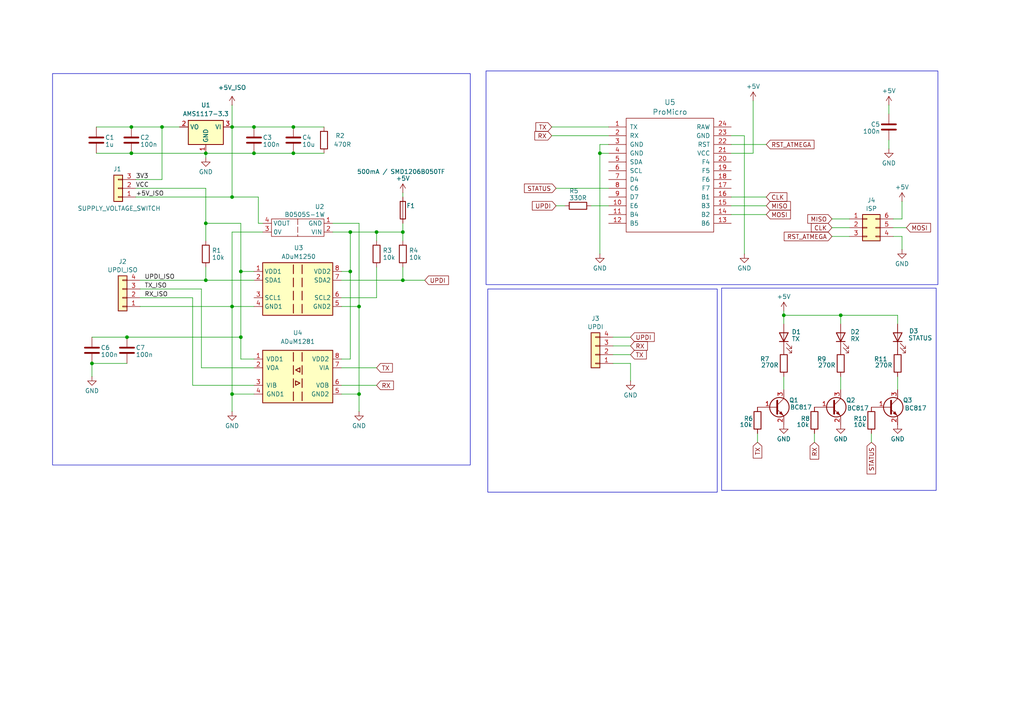
<source format=kicad_sch>
(kicad_sch (version 20231120) (generator "eeschema") (generator_version "8.0")
  (paper "A4")
  (lib_symbols
    (symbol "Connector_Generic:Conn_01x03" (pin_names (offset 1.016) hide)
      (property "Reference" "J" (at 0 5.08 0))
      (property "Value" "Conn_01x03" (at 0 -5.08 0))
      (symbol "Conn_01x03_1_1"
        (rectangle (start -1.27 -2.413) (end 0 -2.667) (stroke (width 0.1524)))
        (rectangle (start -1.27 0.127) (end 0 -0.127) (stroke (width 0.1524)))
        (rectangle (start -1.27 2.667) (end 0 2.413) (stroke (width 0.1524)))
        (rectangle (start -1.27 3.81) (end 1.27 -3.81) (stroke (width 0.254)) (fill (type background)))
        (pin passive line (at -5.08 2.54 0) (length 3.81) (name "Pin_1") (number "1"))
        (pin passive line (at -5.08 0 0) (length 3.81) (name "Pin_2") (number "2"))
        (pin passive line (at -5.08 -2.54 0) (length 3.81) (name "Pin_3") (number "3"))
      )
    )
    (symbol "Connector_Generic:Conn_01x04" (pin_names (offset 1.016) hide)
      (property "Reference" "J" (at 0 5.08 0))
      (property "Value" "Conn_01x04" (at 0 -7.62 0))
      (symbol "Conn_01x04_1_1"
        (rectangle (start -1.27 -4.953) (end 0 -5.207) (stroke (width 0.1524)))
        (rectangle (start -1.27 -2.413) (end 0 -2.667) (stroke (width 0.1524)))
        (rectangle (start -1.27 0.127) (end 0 -0.127) (stroke (width 0.1524)))
        (rectangle (start -1.27 2.667) (end 0 2.413) (stroke (width 0.1524)))
        (rectangle (start -1.27 3.81) (end 1.27 -6.35) (stroke (width 0.254)) (fill (type background)))
        (pin passive line (at -5.08 2.54 0) (length 3.81) (name "Pin_1") (number "1"))
        (pin passive line (at -5.08 0 0) (length 3.81) (name "Pin_2") (number "2"))
        (pin passive line (at -5.08 -2.54 0) (length 3.81) (name "Pin_3") (number "3"))
        (pin passive line (at -5.08 -5.08 0) (length 3.81) (name "Pin_4") (number "4"))
      )
    )
    (symbol "Connector_Generic:Conn_02x03_Counter_Clockwise" (pin_names (offset 1.016) hide)
      (property "Reference" "J" (at 1.27 5.08 0))
      (property "Value" "Conn_02x03_Counter_Clockwise" (at 1.27 -5.08 0))
      (symbol "Conn_02x03_Counter_Clockwise_1_1"
        (rectangle (start -1.27 -2.413) (end 0 -2.667) (stroke (width 0.1524)))
        (rectangle (start -1.27 0.127) (end 0 -0.127) (stroke (width 0.1524)))
        (rectangle (start -1.27 2.667) (end 0 2.413) (stroke (width 0.1524)))
        (rectangle (start -1.27 3.81) (end 3.81 -3.81) (stroke (width 0.254)) (fill (type background)))
        (rectangle (start 3.81 -2.413) (end 2.54 -2.667) (stroke (width 0.1524)))
        (rectangle (start 3.81 0.127) (end 2.54 -0.127) (stroke (width 0.1524)))
        (rectangle (start 3.81 2.667) (end 2.54 2.413) (stroke (width 0.1524)))
        (pin passive line (at -5.08 2.54 0) (length 3.81) (name "Pin_1") (number "1"))
        (pin passive line (at -5.08 0 0) (length 3.81) (name "Pin_2") (number "2"))
        (pin passive line (at -5.08 -2.54 0) (length 3.81) (name "Pin_3") (number "3"))
        (pin passive line (at 7.62 -2.54 180) (length 3.81) (name "Pin_4") (number "4"))
        (pin passive line (at 7.62 0 180) (length 3.81) (name "Pin_5") (number "5"))
        (pin passive line (at 7.62 2.54 180) (length 3.81) (name "Pin_6") (number "6"))
      )
    )
    (symbol "Device:C" (pin_numbers hide) (pin_names (offset 0.254))
      (property "Reference" "C" (at 0.635 2.54 0))
      (property "Value" "C" (at 0.635 -2.54 0))
      (symbol "C_0_1"
        (polyline (pts (xy -2.032 -0.762) (xy 2.032 -0.762)) (stroke (width 0.508)))
        (polyline (pts (xy -2.032 0.762) (xy 2.032 0.762)) (stroke (width 0.508)))
      )
      (symbol "C_1_1"
        (pin passive line (at 0 3.81 270) (length 2.794) (name "~") (number "1"))
        (pin passive line (at 0 -3.81 90) (length 2.794) (name "~") (number "2"))
      )
    )
    (symbol "Device:Fuse" (pin_numbers hide) (pin_names (offset 0))
      (property "Reference" "F" (at 2.032 0 90))
      (property "Value" "Fuse" (at -1.905 0 90))
      (symbol "Fuse_0_1"
        (rectangle (start -0.762 -2.54) (end 0.762 2.54) (stroke (width 0.254)))
        (polyline (pts (xy 0 2.54) (xy 0 -2.54)))
      )
      (symbol "Fuse_1_1"
        (pin passive line (at 0 3.81 270) (length 1.27) (name "~") (number "1"))
        (pin passive line (at 0 -3.81 90) (length 1.27) (name "~") (number "2"))
      )
    )
    (symbol "Device:LED" (pin_numbers hide) (pin_names (offset 1.016) hide)
      (property "Reference" "D" (at 0 2.54 0))
      (property "Value" "LED" (at 0 -2.54 0))
      (symbol "LED_0_1"
        (polyline (pts (xy -1.27 -1.27) (xy -1.27 1.27)) (stroke (width 0.254)))
        (polyline (pts (xy -1.27 0) (xy 1.27 0)))
        (polyline (pts (xy 1.27 -1.27) (xy 1.27 1.27) (xy -1.27 0) (xy 1.27 -1.27)) (stroke (width 0.254)))
        (polyline (pts (xy -3.048 -0.762) (xy -4.572 -2.286) (xy -3.81 -2.286) (xy -4.572 -2.286) (xy -4.572 -1.524)))
        (polyline (pts (xy -1.778 -0.762) (xy -3.302 -2.286) (xy -2.54 -2.286) (xy -3.302 -2.286) (xy -3.302 -1.524)))
      )
      (symbol "LED_1_1"
        (pin passive line (at -3.81 0 0) (length 2.54) (name "K") (number "1"))
        (pin passive line (at 3.81 0 180) (length 2.54) (name "A") (number "2"))
      )
    )
    (symbol "Device:R" (pin_numbers hide) (pin_names (offset 0))
      (property "Reference" "R" (at 2.032 0 90))
      (property "Value" "R" (at 0 0 90))
      (symbol "R_0_1"
        (rectangle (start -1.016 -2.54) (end 1.016 2.54) (stroke (width 0.254)))
      )
      (symbol "R_1_1"
        (pin passive line (at 0 3.81 270) (length 1.27) (name "~") (number "1"))
        (pin passive line (at 0 -3.81 90) (length 1.27) (name "~") (number "2"))
      )
    )
    (symbol "Isolator:ADuM1250"
      (property "Reference" "U" (at -10.16 8.89 0))
      (property "Value" "ADuM1250" (at -2.032 8.89 0))
      (symbol "ADuM1250_0_1"
        (rectangle (start -10.16 7.62) (end 10.16 -7.62) (stroke (width 0.254)) (fill (type background)))
        (polyline (pts (xy -1.27 -4.445) (xy -1.27 -6.985)) (stroke (width 0.254)))
        (polyline (pts (xy -1.27 -0.635) (xy -1.27 -3.175)) (stroke (width 0.254)))
        (polyline (pts (xy -1.27 3.175) (xy -1.27 0.635)) (stroke (width 0.254)))
        (polyline (pts (xy -1.27 6.985) (xy -1.27 4.445)) (stroke (width 0.254)))
        (polyline (pts (xy 1.27 -4.445) (xy 1.27 -6.985)) (stroke (width 0.254)))
        (polyline (pts (xy 1.27 -0.635) (xy 1.27 -3.175)) (stroke (width 0.254)))
        (polyline (pts (xy 1.27 3.175) (xy 1.27 0.635)) (stroke (width 0.254)))
        (polyline (pts (xy 1.27 6.985) (xy 1.27 4.445)) (stroke (width 0.254)))
      )
      (symbol "ADuM1250_1_1"
        (pin power_in line (at -12.7 5.08 0) (length 2.54) (name "VDD1") (number "1"))
        (pin bidirectional line (at -12.7 2.54 0) (length 2.54) (name "SDA1") (number "2"))
        (pin bidirectional line (at -12.7 -2.54 0) (length 2.54) (name "SCL1") (number "3"))
        (pin power_in line (at -12.7 -5.08 0) (length 2.54) (name "GND1") (number "4"))
        (pin power_in line (at 12.7 -5.08 180) (length 2.54) (name "GND2") (number "5"))
        (pin bidirectional line (at 12.7 -2.54 180) (length 2.54) (name "SCL2") (number "6"))
        (pin bidirectional line (at 12.7 2.54 180) (length 2.54) (name "SDA2") (number "7"))
        (pin power_in line (at 12.7 5.08 180) (length 2.54) (name "VDD2") (number "8"))
      )
    )
    (symbol "Isolator:ADuM1281" (pin_names (offset 1.016))
      (property "Reference" "U" (at -10.16 8.89 0))
      (property "Value" "ADuM1281" (at -2.032 8.89 0))
      (symbol "ADuM1281_0_1"
        (rectangle (start -10.16 7.62) (end 10.16 -7.62) (stroke (width 0.254)) (fill (type background)))
        (polyline (pts (xy -1.27 -4.445) (xy -1.27 -6.985)) (stroke (width 0.254)))
        (polyline (pts (xy -1.27 -0.635) (xy -1.27 -3.175)) (stroke (width 0.254)))
        (polyline (pts (xy -1.27 3.175) (xy -1.27 0.635)) (stroke (width 0.254)))
        (polyline (pts (xy -1.27 6.985) (xy -1.27 4.445)) (stroke (width 0.254)))
        (polyline (pts (xy 1.27 -4.445) (xy 1.27 -6.985)) (stroke (width 0.254)))
        (polyline (pts (xy 1.27 -0.635) (xy 1.27 -3.175)) (stroke (width 0.254)))
        (polyline (pts (xy 1.27 3.175) (xy 1.27 0.635)) (stroke (width 0.254)))
        (polyline (pts (xy 1.27 6.985) (xy 1.27 4.445)) (stroke (width 0.254)))
        (polyline (pts (xy -0.635 -1.27) (xy -0.635 -2.54) (xy 0.635 -1.905) (xy -0.635 -1.27)) (stroke (width 0.254)))
        (polyline (pts (xy 0.635 2.54) (xy 0.635 1.27) (xy -0.635 1.905) (xy 0.635 2.54)) (stroke (width 0.254)))
      )
      (symbol "ADuM1281_1_1"
        (pin power_in line (at -12.7 5.08 0) (length 2.54) (name "VDD1") (number "1"))
        (pin output line (at -12.7 2.54 0) (length 2.54) (name "VOA") (number "2"))
        (pin input line (at -12.7 -2.54 0) (length 2.54) (name "VIB") (number "3"))
        (pin power_in line (at -12.7 -5.08 0) (length 2.54) (name "GND1") (number "4"))
        (pin power_in line (at 12.7 -5.08 180) (length 2.54) (name "GND2") (number "5"))
        (pin output line (at 12.7 -2.54 180) (length 2.54) (name "VOB") (number "6"))
        (pin input line (at 12.7 2.54 180) (length 2.54) (name "VIA") (number "7"))
        (pin power_in line (at 12.7 5.08 180) (length 2.54) (name "VDD2") (number "8"))
      )
    )
    (symbol "My-Lib:B0505S-1W"
      (property "Reference" "U" (at -7.112 3.556 0))
      (property "Value" "B0505S-1W" (at 2.286 3.302 0))
      (symbol "B0505S-1W_0_1"
        (rectangle (start -7.62 2.54) (end 7.62 -2.54))
      )
      (symbol "B0505S-1W_1_1"
        (polyline (pts (xy 0 2.54) (xy 0 -2.54)) (stroke (width 0) (type dash)))
        (pin input line (at -10.16 1.27 0) (length 2.54) (name "GND") (number "1"))
        (pin input line (at -10.16 -1.27 0) (length 2.54) (name "VIN") (number "2"))
        (pin input line (at 10.16 -1.27 180) (length 2.54) (name "0V") (number "3"))
        (pin input line (at 10.16 1.27 180) (length 2.54) (name "VOUT") (number "4"))
      )
    )
    (symbol "Regulator_Linear:AMS1117-3.3"
      (property "Reference" "U" (at -3.81 3.175 0))
      (property "Value" "AMS1117-3.3" (at 0 3.175 0))
      (symbol "AMS1117-3.3_0_1"
        (rectangle (start -5.08 -5.08) (end 5.08 1.905) (stroke (width 0.254)) (fill (type background)))
      )
      (symbol "AMS1117-3.3_1_1"
        (pin power_in line (at 0 -7.62 90) (length 2.54) (name "GND") (number "1"))
        (pin power_out line (at 7.62 0 180) (length 2.54) (name "VO") (number "2"))
        (pin power_in line (at -7.62 0 0) (length 2.54) (name "VI") (number "3"))
      )
    )
    (symbol "Transistor_BJT:BC817" (pin_names (offset 0) hide)
      (property "Reference" "Q" (at 5.08 1.905 0))
      (property "Value" "BC817" (at 5.08 0 0))
      (symbol "BC817_0_1"
        (polyline (pts (xy 0.635 0.635) (xy 2.54 2.54)))
        (polyline (pts (xy 0.635 -0.635) (xy 2.54 -2.54) (xy 2.54 -2.54)))
        (polyline (pts (xy 0.635 1.905) (xy 0.635 -1.905) (xy 0.635 -1.905)) (stroke (width 0.508)))
        (polyline (pts (xy 1.27 -1.778) (xy 1.778 -1.27) (xy 2.286 -2.286) (xy 1.27 -1.778) (xy 1.27 -1.778)) (fill (type outline)))
        (circle (center 1.27 0) (radius 2.8194) (stroke (width 0.254)))
      )
      (symbol "BC817_1_1"
        (pin input line (at -5.08 0 0) (length 5.715) (name "B") (number "1"))
        (pin passive line (at 2.54 -5.08 90) (length 2.54) (name "E") (number "2"))
        (pin passive line (at 2.54 5.08 270) (length 2.54) (name "C") (number "3"))
      )
    )
    (symbol "power:+5V" (power) (pin_numbers hide) (pin_names (offset 0) hide)
      (property "Value" "+5V" (at 0 3.556 0))
      (symbol "+5V_0_1"
        (polyline (pts (xy -0.762 1.27) (xy 0 2.54)))
        (polyline (pts (xy 0 0) (xy 0 2.54)))
        (polyline (pts (xy 0 2.54) (xy 0.762 1.27)))
      )
      (symbol "+5V_1_1"
        (pin power_in line (at 0 0 90) (length 0) (name "~") (number "1"))
      )
    )
    (symbol "power:+5VD" (power) (pin_numbers hide) (pin_names (offset 0) hide)
      (property "Value" "+5VD" (at 0 3.556 0))
      (symbol "+5VD_0_1"
        (polyline (pts (xy -0.762 1.27) (xy 0 2.54)))
        (polyline (pts (xy 0 0) (xy 0 2.54)))
        (polyline (pts (xy 0 2.54) (xy 0.762 1.27)))
      )
      (symbol "+5VD_1_1"
        (pin power_in line (at 0 0 90) (length 0) (name "~") (number "1"))
      )
    )
    (symbol "power:GND" (power) (pin_numbers hide) (pin_names (offset 0) hide)
      (property "Value" "GND" (at 0 -3.81 0))
      (symbol "GND_0_1"
        (polyline (pts (xy 0 0) (xy 0 -1.27) (xy 1.27 -1.27) (xy 0 -2.54) (xy -1.27 -1.27) (xy 0 -1.27)))
      )
      (symbol "GND_1_1"
        (pin power_in line (at 0 0 270) (length 0) (name "~") (number "1"))
      )
    )
    (symbol "promicro:ProMicro" (pin_names (offset 1.016))
      (property "Reference" "U" (at 0 24.13 0))
      (property "Value" "ProMicro" (at 0 -13.97 0))
      (symbol "ProMicro_0_1"
        (rectangle (start -12.7 21.59) (end 12.7 -11.43))
      )
      (symbol "ProMicro_1_1"
        (pin bidirectional line (at -17.78 19.05 0) (length 5.08) (name "TX") (number "1"))
        (pin bidirectional line (at -17.78 -3.81 0) (length 5.08) (name "E6") (number "10"))
        (pin bidirectional line (at -17.78 -6.35 0) (length 5.08) (name "B4") (number "11"))
        (pin bidirectional line (at -17.78 -8.89 0) (length 5.08) (name "B5") (number "12"))
        (pin bidirectional line (at 17.78 -8.89 180) (length 5.08) (name "B6") (number "13"))
        (pin bidirectional line (at 17.78 -6.35 180) (length 5.08) (name "B2") (number "14"))
        (pin bidirectional line (at 17.78 -3.81 180) (length 5.08) (name "B3") (number "15"))
        (pin bidirectional line (at 17.78 -1.27 180) (length 5.08) (name "B1") (number "16"))
        (pin bidirectional line (at 17.78 1.27 180) (length 5.08) (name "F7") (number "17"))
        (pin bidirectional line (at 17.78 3.81 180) (length 5.08) (name "F6") (number "18"))
        (pin bidirectional line (at 17.78 6.35 180) (length 5.08) (name "F5") (number "19"))
        (pin bidirectional line (at -17.78 16.51 0) (length 5.08) (name "RX") (number "2"))
        (pin bidirectional line (at 17.78 8.89 180) (length 5.08) (name "F4") (number "20"))
        (pin power_in line (at 17.78 11.43 180) (length 5.08) (name "VCC") (number "21"))
        (pin input line (at 17.78 13.97 180) (length 5.08) (name "RST") (number "22"))
        (pin power_in line (at 17.78 16.51 180) (length 5.08) (name "GND") (number "23"))
        (pin power_out line (at 17.78 19.05 180) (length 5.08) (name "RAW") (number "24"))
        (pin power_in line (at -17.78 13.97 0) (length 5.08) (name "GND") (number "3"))
        (pin power_in line (at -17.78 11.43 0) (length 5.08) (name "GND") (number "4"))
        (pin bidirectional line (at -17.78 8.89 0) (length 5.08) (name "SDA") (number "5"))
        (pin bidirectional line (at -17.78 6.35 0) (length 5.08) (name "SCL") (number "6"))
        (pin bidirectional line (at -17.78 3.81 0) (length 5.08) (name "D4") (number "7"))
        (pin bidirectional line (at -17.78 1.27 0) (length 5.08) (name "C6") (number "8"))
        (pin bidirectional line (at -17.78 -1.27 0) (length 5.08) (name "D7") (number "9"))
      )
    )
  )
  (junction (at 73.66 44.45))
  (junction (at 227.33 91.44))
  (junction (at 101.6 78.74))
  (junction (at 173.99 44.45))
  (junction (at 67.31 88.9))
  (junction (at 67.31 36.83))
  (junction (at 26.67 105.41))
  (junction (at 85.09 36.83))
  (junction (at 59.69 44.45))
  (junction (at 46.99 36.83))
  (junction (at 101.6 67.31))
  (junction (at 104.14 114.3))
  (junction (at 59.69 81.28))
  (junction (at 38.1 36.83))
  (junction (at 69.85 97.79))
  (junction (at 67.31 114.3))
  (junction (at 73.66 36.83))
  (junction (at 38.1 44.45))
  (junction (at 85.09 44.45))
  (junction (at 109.22 67.31))
  (junction (at 69.85 78.74))
  (junction (at 67.31 57.15))
  (junction (at 104.14 88.9))
  (junction (at 59.69 64.77))
  (junction (at 116.84 81.28))
  (junction (at 36.83 97.79))
  (junction (at 243.84 91.44))
  (junction (at 116.84 67.31))
  (wire (pts (xy 161.29 54.61) (xy 176.53 54.61)))
  (wire (pts (xy 38.1 44.45) (xy 59.69 44.45)))
  (wire (pts (xy 69.85 64.77) (xy 59.69 64.77)))
  (wire (pts (xy 69.85 78.74) (xy 69.85 64.77)))
  (wire (pts (xy 241.3 68.58) (xy 246.38 68.58)))
  (wire (pts (xy 40.64 88.9) (xy 67.31 88.9)))
  (wire (pts (xy 173.99 44.45) (xy 173.99 73.66)))
  (wire (pts (xy 109.22 67.31) (xy 116.84 67.31)))
  (wire (pts (xy 85.09 44.45) (xy 93.98 44.45)))
  (wire (pts (xy 212.09 41.91) (xy 222.25 41.91)))
  (wire (pts (xy 55.88 111.76) (xy 73.66 111.76)))
  (wire (pts (xy 215.9 39.37) (xy 215.9 73.66)))
  (wire (pts (xy 173.99 41.91) (xy 176.53 41.91)))
  (wire (pts (xy 59.69 45.72) (xy 59.69 44.45)))
  (wire (pts (xy 109.22 106.68) (xy 99.06 106.68)))
  (wire (pts (xy 257.81 30.48) (xy 257.81 33.02)))
  (wire (pts (xy 161.29 59.69) (xy 163.83 59.69)))
  (wire (pts (xy 73.66 36.83) (xy 85.09 36.83)))
  (wire (pts (xy 212.09 39.37) (xy 215.9 39.37)))
  (wire (pts (xy 39.37 52.07) (xy 46.99 52.07)))
  (wire (pts (xy 59.69 77.47) (xy 59.69 81.28)))
  (wire (pts (xy 243.84 91.44) (xy 243.84 93.98)))
  (wire (pts (xy 67.31 36.83) (xy 67.31 57.15)))
  (wire (pts (xy 261.62 63.5) (xy 261.62 58.42)))
  (wire (pts (xy 38.1 36.83) (xy 46.99 36.83)))
  (wire (pts (xy 39.37 54.61) (xy 59.69 54.61)))
  (wire (pts (xy 26.67 105.41) (xy 36.83 105.41)))
  (wire (pts (xy 104.14 88.9) (xy 99.06 88.9)))
  (wire (pts (xy 236.22 128.27) (xy 236.22 125.73)))
  (wire (pts (xy 259.08 63.5) (xy 261.62 63.5)))
  (wire (pts (xy 116.84 57.15) (xy 116.84 55.88)))
  (wire (pts (xy 219.71 128.27) (xy 219.71 125.73)))
  (wire (pts (xy 26.67 109.22) (xy 26.67 105.41)))
  (wire (pts (xy 69.85 104.14) (xy 73.66 104.14)))
  (wire (pts (xy 26.67 97.79) (xy 36.83 97.79)))
  (wire (pts (xy 160.02 39.37) (xy 176.53 39.37)))
  (wire (pts (xy 261.62 72.39) (xy 261.62 68.58)))
  (wire (pts (xy 260.35 109.22) (xy 260.35 113.03)))
  (wire (pts (xy 227.33 91.44) (xy 243.84 91.44)))
  (wire (pts (xy 109.22 67.31) (xy 109.22 69.85)))
  (wire (pts (xy 177.8 100.33) (xy 182.88 100.33)))
  (wire (pts (xy 36.83 97.79) (xy 69.85 97.79)))
  (wire (pts (xy 96.52 64.77) (xy 104.14 64.77)))
  (wire (pts (xy 67.31 114.3) (xy 73.66 114.3)))
  (wire (pts (xy 116.84 77.47) (xy 116.84 81.28)))
  (wire (pts (xy 104.14 64.77) (xy 104.14 88.9)))
  (wire (pts (xy 182.88 110.49) (xy 182.88 105.41)))
  (wire (pts (xy 59.69 81.28) (xy 73.66 81.28)))
  (wire (pts (xy 101.6 104.14) (xy 101.6 78.74)))
  (wire (pts (xy 67.31 57.15) (xy 74.93 57.15)))
  (wire (pts (xy 261.62 68.58) (xy 259.08 68.58)))
  (wire (pts (xy 243.84 109.22) (xy 243.84 113.03)))
  (wire (pts (xy 67.31 67.31) (xy 67.31 88.9)))
  (wire (pts (xy 227.33 91.44) (xy 227.33 93.98)))
  (wire (pts (xy 58.42 83.82) (xy 40.64 83.82)))
  (wire (pts (xy 39.37 57.15) (xy 67.31 57.15)))
  (wire (pts (xy 257.81 40.64) (xy 257.81 43.18)))
  (wire (pts (xy 73.66 44.45) (xy 85.09 44.45)))
  (wire (pts (xy 241.3 66.04) (xy 246.38 66.04)))
  (wire (pts (xy 177.8 97.79) (xy 182.88 97.79)))
  (wire (pts (xy 212.09 44.45) (xy 218.44 44.45)))
  (wire (pts (xy 177.8 102.87) (xy 182.88 102.87)))
  (wire (pts (xy 212.09 57.15) (xy 222.25 57.15)))
  (wire (pts (xy 85.09 36.83) (xy 93.98 36.83)))
  (wire (pts (xy 104.14 114.3) (xy 104.14 88.9)))
  (wire (pts (xy 99.06 81.28) (xy 116.84 81.28)))
  (wire (pts (xy 212.09 59.69) (xy 222.25 59.69)))
  (wire (pts (xy 109.22 67.31) (xy 101.6 67.31)))
  (wire (pts (xy 59.69 44.45) (xy 73.66 44.45)))
  (wire (pts (xy 212.09 62.23) (xy 222.25 62.23)))
  (wire (pts (xy 69.85 97.79) (xy 69.85 104.14)))
  (wire (pts (xy 160.02 36.83) (xy 176.53 36.83)))
  (wire (pts (xy 52.07 36.83) (xy 46.99 36.83)))
  (wire (pts (xy 243.84 91.44) (xy 260.35 91.44)))
  (wire (pts (xy 182.88 105.41) (xy 177.8 105.41)))
  (wire (pts (xy 260.35 91.44) (xy 260.35 93.98)))
  (wire (pts (xy 241.3 63.5) (xy 246.38 63.5)))
  (wire (pts (xy 76.2 67.31) (xy 67.31 67.31)))
  (wire (pts (xy 171.45 59.69) (xy 176.53 59.69)))
  (wire (pts (xy 101.6 67.31) (xy 96.52 67.31)))
  (wire (pts (xy 101.6 78.74) (xy 101.6 67.31)))
  (wire (pts (xy 59.69 54.61) (xy 59.69 64.77)))
  (wire (pts (xy 67.31 36.83) (xy 73.66 36.83)))
  (wire (pts (xy 58.42 106.68) (xy 58.42 83.82)))
  (wire (pts (xy 74.93 57.15) (xy 74.93 64.77)))
  (wire (pts (xy 104.14 119.38) (xy 104.14 114.3)))
  (wire (pts (xy 109.22 86.36) (xy 99.06 86.36)))
  (wire (pts (xy 99.06 78.74) (xy 101.6 78.74)))
  (wire (pts (xy 218.44 44.45) (xy 218.44 29.21)))
  (wire (pts (xy 67.31 88.9) (xy 73.66 88.9)))
  (wire (pts (xy 69.85 78.74) (xy 69.85 97.79)))
  (wire (pts (xy 59.69 69.85) (xy 59.69 64.77)))
  (wire (pts (xy 27.94 44.45) (xy 38.1 44.45)))
  (wire (pts (xy 27.94 36.83) (xy 38.1 36.83)))
  (wire (pts (xy 109.22 111.76) (xy 99.06 111.76)))
  (wire (pts (xy 99.06 114.3) (xy 104.14 114.3)))
  (wire (pts (xy 40.64 81.28) (xy 59.69 81.28)))
  (wire (pts (xy 173.99 41.91) (xy 173.99 44.45)))
  (wire (pts (xy 116.84 64.77) (xy 116.84 67.31)))
  (wire (pts (xy 227.33 109.22) (xy 227.33 113.03)))
  (wire (pts (xy 116.84 81.28) (xy 123.19 81.28)))
  (wire (pts (xy 67.31 119.38) (xy 67.31 114.3)))
  (wire (pts (xy 252.73 128.27) (xy 252.73 125.73)))
  (wire (pts (xy 116.84 67.31) (xy 116.84 69.85)))
  (wire (pts (xy 73.66 106.68) (xy 58.42 106.68)))
  (wire (pts (xy 109.22 77.47) (xy 109.22 86.36)))
  (wire (pts (xy 69.85 78.74) (xy 73.66 78.74)))
  (wire (pts (xy 40.64 86.36) (xy 55.88 86.36)))
  (wire (pts (xy 46.99 52.07) (xy 46.99 36.83)))
  (wire (pts (xy 173.99 44.45) (xy 176.53 44.45)))
  (wire (pts (xy 227.33 90.17) (xy 227.33 91.44)))
  (wire (pts (xy 74.93 64.77) (xy 76.2 64.77)))
  (wire (pts (xy 262.89 66.04) (xy 259.08 66.04)))
  (wire (pts (xy 55.88 86.36) (xy 55.88 111.76)))
  (wire (pts (xy 67.31 30.48) (xy 67.31 36.83)))
  (wire (pts (xy 99.06 104.14) (xy 101.6 104.14)))
  (wire (pts (xy 67.31 88.9) (xy 67.31 114.3)))
  (rectangle (start 140.97 20.574) (end 272.034 82.55))
  (rectangle (start 141.478 83.82) (end 208.026 142.748))
  (rectangle (start 15.24 21.336) (end 136.398 134.874))
  (rectangle (start 209.296 83.566) (end 271.526 142.24))
  (label "TX_ISO" (at 41.91 83.82 0))
  (label "VCC" (at 39.37 54.61 0))
  (label "+5V_ISO" (at 39.37 57.15 0))
  (label "UPDI_ISO" (at 41.91 81.28 0))
  (label "3V3" (at 39.37 52.07 0))
  (label "RX_ISO" (at 41.91 86.36 0))
  (global_label "RX" (shape input) (at 182.88 100.33 0) (property "Intersheetrefs" "${INTERSHEET_REFS}" (effects (hide yes))))
  (global_label "MISO" (shape input) (at 241.3 63.5 180) (property "Intersheetrefs" "${INTERSHEET_REFS}" (effects (hide yes))))
  (global_label "UPDI" (shape input) (at 182.88 97.79 0) (property "Intersheetrefs" "${INTERSHEET_REFS}" (effects (hide yes))))
  (global_label "RX" (shape input) (at 236.22 128.27 270) (property "Intersheetrefs" "${INTERSHEET_REFS}" (effects (hide yes))))
  (global_label "RST_ATMEGA" (shape input) (at 222.25 41.91 0) (property "Intersheetrefs" "${INTERSHEET_REFS}" (effects (hide yes))))
  (global_label "RST_ATMEGA" (shape input) (at 241.3 68.58 180) (property "Intersheetrefs" "${INTERSHEET_REFS}" (effects (hide yes))))
  (global_label "MOSI" (shape input) (at 222.25 62.23 0) (property "Intersheetrefs" "${INTERSHEET_REFS}" (effects (hide yes))))
  (global_label "MISO" (shape input) (at 222.25 59.69 0) (property "Intersheetrefs" "${INTERSHEET_REFS}" (effects (hide yes))))
  (global_label "TX" (shape input) (at 182.88 102.87 0) (property "Intersheetrefs" "${INTERSHEET_REFS}" (effects (hide yes))))
  (global_label "UPDI" (shape input) (at 123.19 81.28 0) (property "Intersheetrefs" "${INTERSHEET_REFS}" (effects (hide yes))))
  (global_label "TX" (shape input) (at 109.22 106.68 0) (property "Intersheetrefs" "${INTERSHEET_REFS}" (effects (hide yes))))
  (global_label "MOSI" (shape input) (at 262.89 66.04 0) (property "Intersheetrefs" "${INTERSHEET_REFS}" (effects (hide yes))))
  (global_label "CLK" (shape input) (at 222.25 57.15 0) (property "Intersheetrefs" "${INTERSHEET_REFS}" (effects (hide yes))))
  (global_label "STATUS" (shape input) (at 161.29 54.61 180) (property "Intersheetrefs" "${INTERSHEET_REFS}" (effects (hide yes))))
  (global_label "TX" (shape input) (at 219.71 128.27 270) (property "Intersheetrefs" "${INTERSHEET_REFS}" (effects (hide yes))))
  (global_label "CLK" (shape input) (at 241.3 66.04 180) (property "Intersheetrefs" "${INTERSHEET_REFS}" (effects (hide yes))))
  (global_label "RX" (shape input) (at 109.22 111.76 0) (property "Intersheetrefs" "${INTERSHEET_REFS}" (effects (hide yes))))
  (global_label "STATUS" (shape input) (at 252.73 128.27 270) (property "Intersheetrefs" "${INTERSHEET_REFS}" (effects (hide yes))))
  (global_label "TX" (shape input) (at 160.02 36.83 180) (property "Intersheetrefs" "${INTERSHEET_REFS}" (effects (hide yes))))
  (global_label "RX" (shape input) (at 160.02 39.37 180) (property "Intersheetrefs" "${INTERSHEET_REFS}" (effects (hide yes))))
  (global_label "UPDI" (shape input) (at 161.29 59.69 180) (property "Intersheetrefs" "${INTERSHEET_REFS}" (effects (hide yes))))
  (symbol (lib_id "Transistor_BJT:BC817") (at 224.79 118.11 0) (unit 1)
    (property "Reference" "Q1" (at 228.854 116.078 0) (effects (justify left)))
    (property "Value" "BC817" (at 229.108 118.11 0) (effects (justify left)))
    (property "Footprint" "Package_TO_SOT_SMD:SOT-23" (effects (hide yes)))
    (property "Datasheet" "https://www.onsemi.com/pub/Collateral/BC818-D.pdf" (effects (hide yes)))
    (property "Description" "0.8A Ic, 45V Vce, NPN Transistor, SOT-23" (effects (hide yes)))
  )
  (symbol (lib_id "Device:LED") (at 260.35 97.79 90) (unit 1)
    (property "Reference" "D3" (at 263.652 96.012 90) (effects (justify right)))
    (property "Value" "STATUS" (at 263.398 98.044 90) (effects (justify right)))
    (property "Footprint" "LED_SMD:LED_PLCC-2_3.4x3.0mm_AK" (effects (hide yes)))
    (property "Description" "Light emitting diode" (effects (hide yes)))
  )
  (symbol (lib_id "power:GND") (at 227.33 123.19 0) (unit 1)
    (property "Reference" "#PWR011" (effects (hide yes)))
    (property "Value" "GND" (at 227.33 127.3231 0))
    (property "Description" "Power symbol creates a global label with name \"GND\" , ground" (effects (hide yes)))
  )
  (symbol (lib_id "Device:R") (at 116.84 73.66 0) (unit 1)
    (property "Reference" "R4" (at 118.618 72.644 0) (effects (justify left)))
    (property "Value" "10k" (at 118.618 74.676 0) (effects (justify left)))
    (property "Footprint" "Resistor_SMD:R_0805_2012Metric" (effects (hide yes)))
    (property "Description" "Resistor" (effects (hide yes)))
  )
  (symbol (lib_id "power:+5V") (at 227.33 90.17 0) (unit 1)
    (property "Reference" "#PWR010" (effects (hide yes)))
    (property "Value" "+5V" (at 227.33 86.0369 0))
    (property "Description" "Power symbol creates a global label with name \"+5V\"" (effects (hide yes)))
  )
  (symbol (lib_id "Device:R") (at 167.64 59.69 270) (mirror x) (unit 1)
    (property "Reference" "R5" (at 165.1 55.372 90) (effects (justify left)))
    (property "Value" "330R" (at 165.1 57.404 90) (effects (justify left)))
    (property "Footprint" "Resistor_SMD:R_0805_2012Metric" (effects (hide yes)))
    (property "Description" "Resistor" (effects (hide yes)))
  )
  (symbol (lib_id "power:GND") (at 173.99 73.66 0) (unit 1)
    (property "Reference" "#PWR06" (effects (hide yes)))
    (property "Value" "GND" (at 173.99 77.7931 0))
    (property "Description" "Power symbol creates a global label with name \"GND\" , ground" (effects (hide yes)))
  )
  (symbol (lib_id "Device:R") (at 236.22 121.92 0) (mirror y) (unit 1)
    (property "Reference" "R8" (at 234.95 121.412 0) (effects (justify left)))
    (property "Value" "10k" (at 234.696 123.19 0) (effects (justify left)))
    (property "Footprint" "Resistor_SMD:R_0805_2012Metric" (effects (hide yes)))
    (property "Description" "Resistor" (effects (hide yes)))
  )
  (symbol (lib_id "Device:LED") (at 243.84 97.79 90) (unit 1)
    (property "Reference" "D2" (at 246.634 96.266 90) (effects (justify right)))
    (property "Value" "RX" (at 246.634 98.298 90) (effects (justify right)))
    (property "Footprint" "LED_SMD:LED_PLCC-2_3.4x3.0mm_AK" (effects (hide yes)))
    (property "Description" "Light emitting diode" (effects (hide yes)))
  )
  (symbol (lib_id "power:GND") (at 261.62 72.39 0) (unit 1)
    (property "Reference" "#PWR017" (effects (hide yes)))
    (property "Value" "GND" (at 261.62 76.5231 0))
    (property "Description" "Power symbol creates a global label with name \"GND\" , ground" (effects (hide yes)))
  )
  (symbol (lib_id "Connector_Generic:Conn_02x03_Counter_Clockwise") (at 251.46 66.04 0) (unit 1)
    (property "Reference" "J4" (at 252.73 58.0855 0))
    (property "Value" "ISP" (at 252.73 60.5098 0))
    (property "Footprint" "Connector_PinHeader_2.54mm:PinHeader_2x03_P2.54mm_Vertical" (effects (hide yes)))
    (property "Description" "Generic connector, double row, 02x03, counter clockwise pin numbering scheme (similar to DIP package numbering), script generated (kicad-library-utils/schlib/autogen/connector/)" (effects (hide yes)))
  )
  (symbol (lib_id "Device:C") (at 73.66 40.64 0) (unit 1)
    (property "Reference" "C3" (at 76.2 39.878 0) (effects (justify left)))
    (property "Value" "100n" (at 76.2 41.91 0) (effects (justify left)))
    (property "Footprint" "Capacitor_SMD:C_0805_2012Metric" (effects (hide yes)))
    (property "Description" "Unpolarized capacitor" (effects (hide yes)))
  )
  (symbol (lib_id "power:+5V") (at 257.81 30.48 0) (unit 1)
    (property "Reference" "#PWR013" (effects (hide yes)))
    (property "Value" "+5V" (at 257.81 26.3469 0))
    (property "Description" "Power symbol creates a global label with name \"+5V\"" (effects (hide yes)))
  )
  (symbol (lib_id "Device:C") (at 38.1 40.64 0) (unit 1)
    (property "Reference" "C2" (at 40.64 39.878 0) (effects (justify left)))
    (property "Value" "100n" (at 40.64 41.91 0) (effects (justify left)))
    (property "Footprint" "Capacitor_SMD:C_0805_2012Metric" (effects (hide yes)))
    (property "Description" "Unpolarized capacitor" (effects (hide yes)))
  )
  (symbol (lib_id "Regulator_Linear:AMS1117-3.3") (at 59.69 36.83 0) (mirror y) (unit 1)
    (property "Reference" "U1" (at 59.69 30.48 0))
    (property "Value" "AMS1117-3.3" (at 59.69 33.02 0))
    (property "Footprint" "Package_TO_SOT_SMD:SOT-223-3_TabPin2" (effects (hide yes)))
    (property "Datasheet" "http://www.advanced-monolithic.com/pdf/ds1117.pdf" (effects (hide yes)))
    (property "Description" "1A Low Dropout regulator, positive, 3.3V fixed output, SOT-223" (effects (hide yes)))
  )
  (symbol (lib_id "power:+5VD") (at 67.31 30.48 0) (unit 1)
    (property "Reference" "#PWR02" (effects (hide yes)))
    (property "Value" "+5V_ISO" (at 67.31 25.4 0))
    (property "Description" "Power symbol creates a global label with name \"+5VD\"" (effects (hide yes)))
  )
  (symbol (lib_id "Device:C") (at 257.81 36.83 0) (mirror y) (unit 1)
    (property "Reference" "C5" (at 255.27 36.068 0) (effects (justify left)))
    (property "Value" "100n" (at 255.27 38.1 0) (effects (justify left)))
    (property "Footprint" "Capacitor_SMD:C_0805_2012Metric" (effects (hide yes)))
    (property "Description" "Unpolarized capacitor" (effects (hide yes)))
  )
  (symbol (lib_id "power:+5V") (at 116.84 55.88 0) (unit 1)
    (property "Reference" "#PWR05" (effects (hide yes)))
    (property "Value" "+5V" (at 116.84 51.7469 0))
    (property "Description" "Power symbol creates a global label with name \"+5V\"" (effects (hide yes)))
  )
  (symbol (lib_id "Device:Fuse") (at 116.84 60.96 0) (mirror x) (unit 1)
    (property "Reference" "F1" (at 119.126 59.69 0))
    (property "Value" "500mA / SMD1206B050TF" (at 116.332 49.784 0))
    (property "Footprint" "Fuse:Fuse_1206_3216Metric" (effects (hide yes)))
    (property "Description" "Fuse" (effects (hide yes)))
  )
  (symbol (lib_id "Device:R") (at 227.33 105.41 0) (unit 1)
    (property "Reference" "R7" (at 220.472 104.14 0) (effects (justify left)))
    (property "Value" "270R" (at 220.726 105.918 0) (effects (justify left)))
    (property "Footprint" "Resistor_SMD:R_0805_2012Metric" (effects (hide yes)))
    (property "Description" "Resistor" (effects (hide yes)))
  )
  (symbol (lib_id "power:GND") (at 260.35 123.19 0) (unit 1)
    (property "Reference" "#PWR015" (effects (hide yes)))
    (property "Value" "GND" (at 260.35 127.3231 0))
    (property "Description" "Power symbol creates a global label with name \"GND\" , ground" (effects (hide yes)))
  )
  (symbol (lib_id "power:+5V") (at 218.44 29.21 0) (unit 1)
    (property "Reference" "#PWR09" (effects (hide yes)))
    (property "Value" "+5V" (at 218.44 25.0769 0))
    (property "Description" "Power symbol creates a global label with name \"+5V\"" (effects (hide yes)))
  )
  (symbol (lib_id "power:GND") (at 182.88 110.49 0) (unit 1)
    (property "Reference" "#PWR07" (effects (hide yes)))
    (property "Value" "GND" (at 182.88 114.6231 0))
    (property "Description" "Power symbol creates a global label with name \"GND\" , ground" (effects (hide yes)))
  )
  (symbol (lib_id "Device:R") (at 109.22 73.66 0) (unit 1)
    (property "Reference" "R3" (at 110.998 72.644 0) (effects (justify left)))
    (property "Value" "10k" (at 110.998 74.676 0) (effects (justify left)))
    (property "Footprint" "Resistor_SMD:R_0805_2012Metric" (effects (hide yes)))
    (property "Description" "Resistor" (effects (hide yes)))
  )
  (symbol (lib_id "Device:C") (at 85.09 40.64 0) (unit 1)
    (property "Reference" "C4" (at 87.63 39.878 0) (effects (justify left)))
    (property "Value" "10u" (at 87.63 41.91 0) (effects (justify left)))
    (property "Footprint" "Capacitor_SMD:C_0805_2012Metric" (effects (hide yes)))
    (property "Description" "Unpolarized capacitor" (effects (hide yes)))
  )
  (symbol (lib_id "Device:C") (at 26.67 101.6 0) (unit 1)
    (property "Reference" "C6" (at 29.21 100.838 0) (effects (justify left)))
    (property "Value" "100n" (at 29.21 102.87 0) (effects (justify left)))
    (property "Footprint" "Capacitor_SMD:C_0805_2012Metric" (effects (hide yes)))
    (property "Description" "Unpolarized capacitor" (effects (hide yes)))
  )
  (symbol (lib_id "Connector_Generic:Conn_01x04") (at 172.72 102.87 180) (unit 1)
    (property "Reference" "J3" (at 172.72 92.3755 0))
    (property "Value" "UPDI" (at 172.72 94.7998 0))
    (property "Footprint" "My-Footprints-connectors:PinHeader_1x04_P2.54mm_Vertical_littleBigger" (effects (hide yes)))
    (property "Description" "Generic connector, single row, 01x04, script generated (kicad-library-utils/schlib/autogen/connector/)" (effects (hide yes)))
  )
  (symbol (lib_id "power:GND") (at 243.84 123.19 0) (unit 1)
    (property "Reference" "#PWR012" (effects (hide yes)))
    (property "Value" "GND" (at 243.84 127.3231 0))
    (property "Description" "Power symbol creates a global label with name \"GND\" , ground" (effects (hide yes)))
  )
  (symbol (lib_id "Device:R") (at 219.71 121.92 0) (mirror y) (unit 1)
    (property "Reference" "R6" (at 218.44 121.412 0) (effects (justify left)))
    (property "Value" "10k" (at 218.186 123.19 0) (effects (justify left)))
    (property "Footprint" "Resistor_SMD:R_0805_2012Metric" (effects (hide yes)))
    (property "Description" "Resistor" (effects (hide yes)))
  )
  (symbol (lib_id "Device:R") (at 93.98 40.64 0) (mirror x) (unit 1)
    (property "Reference" "R2" (at 97.282 39.37 0) (effects (justify left)))
    (property "Value" "470R" (at 96.774 41.91 0) (effects (justify left)))
    (property "Footprint" "Resistor_SMD:R_0805_2012Metric" (effects (hide yes)))
    (property "Description" "Resistor" (effects (hide yes)))
  )
  (symbol (lib_id "Device:R") (at 252.73 121.92 0) (mirror y) (unit 1)
    (property "Reference" "R10" (at 251.46 121.412 0) (effects (justify left)))
    (property "Value" "10k" (at 251.206 123.19 0) (effects (justify left)))
    (property "Footprint" "Resistor_SMD:R_0805_2012Metric" (effects (hide yes)))
    (property "Description" "Resistor" (effects (hide yes)))
  )
  (symbol (lib_id "Connector_Generic:Conn_01x03") (at 34.29 54.61 180) (unit 1)
    (property "Reference" "J1" (at 34.036 49.022 0))
    (property "Value" "SUPPLY_VOLTAGE_SWITCH" (at 34.544 60.452 0))
    (property "Footprint" "Connector_PinHeader_2.54mm:PinHeader_1x03_P2.54mm_Vertical" (effects (hide yes)))
    (property "Description" "Generic connector, single row, 01x03, script generated (kicad-library-utils/schlib/autogen/connector/)" (effects (hide yes)))
  )
  (symbol (lib_id "Transistor_BJT:BC817") (at 257.81 118.11 0) (unit 1)
    (property "Reference" "Q3" (at 261.874 116.078 0) (effects (justify left)))
    (property "Value" "BC817" (at 262.382 118.364 0) (effects (justify left)))
    (property "Footprint" "Package_TO_SOT_SMD:SOT-23" (effects (hide yes)))
    (property "Datasheet" "https://www.onsemi.com/pub/Collateral/BC818-D.pdf" (effects (hide yes)))
    (property "Description" "0.8A Ic, 45V Vce, NPN Transistor, SOT-23" (effects (hide yes)))
  )
  (symbol (lib_id "Device:LED") (at 227.33 97.79 90) (unit 1)
    (property "Reference" "D1" (at 229.616 96.266 90) (effects (justify right)))
    (property "Value" "TX" (at 229.616 98.298 90) (effects (justify right)))
    (property "Footprint" "LED_SMD:LED_PLCC-2_3.4x3.0mm_AK" (effects (hide yes)))
    (property "Description" "Light emitting diode" (effects (hide yes)))
  )
  (symbol (lib_id "My-Lib:B0505S-1W") (at 86.36 66.04 0) (mirror y) (unit 1)
    (property "Reference" "U2" (at 92.71 59.944 0))
    (property "Value" "B0505S-1W" (at 88.392 62.23 0))
    (property "Footprint" "My-Footprints:B0505S" (effects (hide yes)))
  )
  (symbol (lib_id "Device:R") (at 243.84 105.41 0) (unit 1)
    (property "Reference" "R9" (at 236.982 104.14 0) (effects (justify left)))
    (property "Value" "270R" (at 237.236 105.918 0) (effects (justify left)))
    (property "Footprint" "Resistor_SMD:R_0805_2012Metric" (effects (hide yes)))
    (property "Description" "Resistor" (effects (hide yes)))
  )
  (symbol (lib_id "Transistor_BJT:BC817") (at 241.3 118.11 0) (unit 1)
    (property "Reference" "Q2" (at 245.364 116.078 0) (effects (justify left)))
    (property "Value" "BC817" (at 245.618 118.364 0) (effects (justify left)))
    (property "Footprint" "Package_TO_SOT_SMD:SOT-23" (effects (hide yes)))
    (property "Datasheet" "https://www.onsemi.com/pub/Collateral/BC818-D.pdf" (effects (hide yes)))
    (property "Description" "0.8A Ic, 45V Vce, NPN Transistor, SOT-23" (effects (hide yes)))
  )
  (symbol (lib_id "power:GND") (at 59.69 45.72 0) (unit 1)
    (property "Reference" "#PWR01" (effects (hide yes)))
    (property "Value" "GND" (at 59.69 49.8531 0))
    (property "Description" "Power symbol creates a global label with name \"GND\" , ground" (effects (hide yes)))
  )
  (symbol (lib_id "Isolator:ADuM1281") (at 86.36 109.22 0) (unit 1)
    (property "Reference" "U4" (at 86.36 96.52 0))
    (property "Value" "ADuM1281" (at 86.36 99.06 0))
    (property "Footprint" "Package_SO:SOIC-8_3.9x4.9mm_P1.27mm" (effects (hide yes)))
    (property "Datasheet" "https://www.analog.com/media/en/technical-documentation/data-sheets/ADuM1280_1281_1285_1286.pdf" (effects (hide yes)))
    (property "Description" "Dual-channel digital isolator, bidirectional communication, 3V/5V level translation, SOIC-8" (effects (hide yes)))
  )
  (symbol (lib_id "promicro:ProMicro") (at 194.31 55.88 0) (unit 1)
    (property "Reference" "U5" (at 194.31 29.6596 0) (effects (font (size 1.524 1.524))))
    (property "Value" "ProMicro" (at 194.31 32.4925 0) (effects (font (size 1.524 1.524))))
    (property "Footprint" "promicro:ProMicro" (effects (hide yes)))
  )
  (symbol (lib_id "power:GND") (at 104.14 119.38 0) (unit 1)
    (property "Reference" "#PWR04" (effects (hide yes)))
    (property "Value" "GND" (at 104.14 123.5131 0))
    (property "Description" "Power symbol creates a global label with name \"GND\" , ground" (effects (hide yes)))
  )
  (symbol (lib_id "Device:R") (at 260.35 105.41 0) (unit 1)
    (property "Reference" "R11" (at 253.492 104.14 0) (effects (justify left)))
    (property "Value" "270R" (at 253.746 105.918 0) (effects (justify left)))
    (property "Footprint" "Resistor_SMD:R_0805_2012Metric" (effects (hide yes)))
    (property "Description" "Resistor" (effects (hide yes)))
  )
  (symbol (lib_id "Isolator:ADuM1250") (at 86.36 83.82 0) (unit 1)
    (property "Reference" "U3" (at 86.614 71.882 0))
    (property "Value" "ADuM1250" (at 86.614 74.422 0))
    (property "Footprint" "Package_SO:SOIC-8_3.9x4.9mm_P1.27mm" (effects (hide yes)))
    (property "Datasheet" "https://www.analog.com/media/en/technical-documentation/data-sheets/ADuM1250_1251.pdf" (effects (hide yes)))
    (property "Description" "Dual-channel I2C digital isolator, Bidirectional communication, 3V/5V level translation, SOIC-8" (effects (hide yes)))
  )
  (symbol (lib_id "power:GND") (at 257.81 43.18 0) (unit 1)
    (property "Reference" "#PWR014" (effects (hide yes)))
    (property "Value" "GND" (at 257.81 47.3131 0))
    (property "Description" "Power symbol creates a global label with name \"GND\" , ground" (effects (hide yes)))
  )
  (symbol (lib_id "Device:R") (at 59.69 73.66 0) (unit 1)
    (property "Reference" "R1" (at 61.468 72.644 0) (effects (justify left)))
    (property "Value" "10k" (at 61.468 74.676 0) (effects (justify left)))
    (property "Footprint" "Resistor_SMD:R_0805_2012Metric" (effects (hide yes)))
    (property "Description" "Resistor" (effects (hide yes)))
  )
  (symbol (lib_id "power:GND") (at 26.67 109.22 0) (unit 1)
    (property "Reference" "#PWR018" (effects (hide yes)))
    (property "Value" "GND" (at 26.67 113.3531 0))
    (property "Description" "Power symbol creates a global label with name \"GND\" , ground" (effects (hide yes)))
  )
  (symbol (lib_id "Device:C") (at 36.83 101.6 0) (unit 1)
    (property "Reference" "C7" (at 39.37 100.838 0) (effects (justify left)))
    (property "Value" "100n" (at 39.37 102.87 0) (effects (justify left)))
    (property "Footprint" "Capacitor_SMD:C_0805_2012Metric" (effects (hide yes)))
    (property "Description" "Unpolarized capacitor" (effects (hide yes)))
  )
  (symbol (lib_id "power:GND") (at 215.9 73.66 0) (unit 1)
    (property "Reference" "#PWR08" (effects (hide yes)))
    (property "Value" "GND" (at 215.9 77.7931 0))
    (property "Description" "Power symbol creates a global label with name \"GND\" , ground" (effects (hide yes)))
  )
  (symbol (lib_id "Device:C") (at 27.94 40.64 0) (unit 1)
    (property "Reference" "C1" (at 30.48 39.878 0) (effects (justify left)))
    (property "Value" "1u" (at 30.48 41.91 0) (effects (justify left)))
    (property "Footprint" "Capacitor_SMD:C_0805_2012Metric" (effects (hide yes)))
    (property "Description" "Unpolarized capacitor" (effects (hide yes)))
  )
  (symbol (lib_id "Connector_Generic:Conn_01x04") (at 35.56 86.36 180) (unit 1)
    (property "Reference" "J2" (at 35.56 75.8655 0))
    (property "Value" "UPDI_ISO" (at 35.56 78.2898 0))
    (property "Footprint" "My-Footprints-connectors:PinHeader_1x04_P2.54mm_Vertical_littleBigger" (effects (hide yes)))
    (property "Description" "Generic connector, single row, 01x04, script generated (kicad-library-utils/schlib/autogen/connector/)" (effects (hide yes)))
  )
  (symbol (lib_id "power:GND") (at 67.31 119.38 0) (unit 1)
    (property "Reference" "#PWR03" (effects (hide yes)))
    (property "Value" "GND" (at 67.31 123.5131 0))
    (property "Description" "Power symbol creates a global label with name \"GND\" , ground" (effects (hide yes)))
  )
  (symbol (lib_id "power:+5V") (at 261.62 58.42 0) (unit 1)
    (property "Reference" "#PWR016" (effects (hide yes)))
    (property "Value" "+5V" (at 261.62 54.2869 0))
    (property "Description" "Power symbol creates a global label with name \"+5V\"" (effects (hide yes)))
  )
)
</source>
